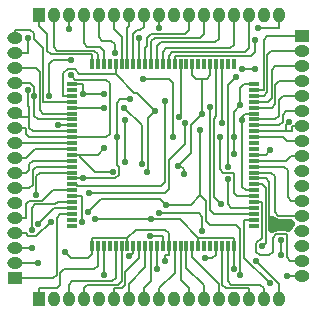
<source format=gbr>
G04 DipTrace 3.3.1.3*
G04 Bottom.gbr*
%MOMM*%
G04 #@! TF.FileFunction,Copper,L2,Bot*
G04 #@! TF.Part,Single*
G04 #@! TA.AperFunction,Conductor*
%ADD13C,0.2032*%
%ADD14C,0.1524*%
G04 #@! TA.AperFunction,CopperBalancing*
%ADD15C,0.635*%
G04 #@! TA.AperFunction,ComponentPad*
%ADD26R,1.3X1.0*%
%ADD27O,1.3X1.0*%
%ADD28R,1.0X1.3*%
%ADD29O,1.0X1.3*%
%ADD33R,0.3X0.9*%
%ADD34R,0.9X0.3*%
G04 #@! TA.AperFunction,ViaPad*
%ADD36C,0.55*%
%FSLAX35Y35*%
G04*
G71*
G90*
G75*
G01*
G04 Bottom*
%LPD*%
X2690638Y2558018D2*
D13*
Y2002528D1*
X2610308Y1922198D1*
X2404628D1*
X3372738Y1493098D2*
Y1622358D1*
X2690638Y2002528D2*
X2741038Y1952128D1*
Y1783758D1*
X2776598Y1748198D1*
X2992698D1*
X3028258Y1712638D1*
Y1325328D1*
X2404628Y1922198D2*
X2354778Y1972048D1*
X1849428D1*
X1741098Y1863718D1*
X3179638Y3417258D2*
D14*
X3356998D1*
Y3524998D1*
X2513188Y2661278D2*
X2524998Y2673088D1*
Y3115998D1*
X1124998Y2315998D2*
X1212861D1*
X1290861Y2393998D1*
X1602998D1*
X1124998Y2188998D2*
X1212861D1*
X1243338Y2219478D1*
Y2263518D1*
X1273818Y2293998D1*
X1602998D1*
X1304298Y2005318D2*
Y2163518D1*
X1334778Y2193998D1*
X1602998D1*
X1124998Y2442998D2*
X1212861D1*
X1213861Y2443998D1*
X1602998D1*
X1124998Y2061998D2*
X1243341D1*
X1273818Y2092478D1*
Y2213518D1*
X1304298Y2243998D1*
X1602998D1*
X1324998Y1124998D2*
Y1212868D1*
X1474818D1*
X1505298Y1243348D1*
Y1344068D1*
X1535778Y1374548D1*
X1794518D1*
X1824998Y1405028D1*
Y1571998D1*
X1690738Y1778748D2*
Y1993998D1*
X1602998D1*
X1424458Y1778748D2*
X1303518Y1657808D1*
X1236048D1*
X1212858Y1680998D1*
X1124998D1*
X1313578Y1757838D2*
X1449738Y1893998D1*
X1602998D1*
X1124998Y1426998D2*
X1313578D1*
X3549998Y3349998D2*
X3260478D1*
X3229998Y3319518D1*
Y2893998D1*
X3146998D1*
X3549998Y2968998D2*
X3358738D1*
X3328258Y2938518D1*
Y2774478D1*
X3297778Y2743998D1*
X3146998D1*
X3153358Y3312748D2*
Y3214338D1*
X3122878Y3183858D1*
X2474998D1*
Y3115998D1*
X2975998Y3524998D2*
Y3275298D1*
X2945518Y3244818D1*
X2405478D1*
X2374998Y3214338D1*
Y3115998D1*
X3549998Y3095998D2*
X3328258D1*
X3297778Y3065518D1*
Y2824478D1*
X3267298Y2793998D1*
X3146998D1*
X3217258Y1569998D2*
X3245338Y1598078D1*
Y2063521D1*
X3214861Y2093998D1*
X3146998D1*
X1124998Y3077998D2*
X1302978D1*
X1333458Y3047518D1*
Y2724478D1*
X1363938Y2693998D1*
X1602998D1*
X1263218Y1708168D2*
Y1893998D1*
X1293698Y1924478D1*
X1465828D1*
X1485348Y1943998D1*
X1602998D1*
X1124998Y1553998D2*
X1263218D1*
X3549998Y2460998D2*
X3426648D1*
X3393648Y2493998D1*
X3146998D1*
X2594998Y3524998D2*
Y3397218D1*
X2564518Y3366738D1*
X2274958D1*
X2244478Y3336258D1*
Y3265168D1*
X2224998Y3245688D1*
Y3115998D1*
X2708018Y1695298D2*
Y1821478D1*
X2677538Y1851958D1*
X2342638D1*
X3166228Y1442738D2*
X3356998Y1251968D1*
Y1124998D1*
X2048588Y2744868D2*
X2198138Y2595318D1*
Y2269128D1*
X1578998Y3408788D2*
Y3524998D1*
X2848998D2*
Y3328648D1*
X2818518Y3298168D1*
X2355478D1*
X2324998Y3267688D1*
Y3115998D1*
X3102998Y1124998D2*
Y1212868D1*
X2909958D1*
X2879478Y1243348D1*
Y1457708D1*
X2874998Y1462188D1*
Y1571998D1*
X2848998Y1124998D2*
Y1253438D1*
X2624998Y1477438D1*
Y1571998D1*
X2867738Y1924998D2*
X2804538Y1988198D1*
Y2651048D1*
X2824998Y2671508D1*
Y3115998D1*
X1124998Y1807998D2*
X1212858D1*
Y1924478D1*
X1243338Y1954958D1*
X1354658D1*
X1443695Y2043998D1*
X1602998D1*
X1124998Y3331998D2*
Y3404858D1*
X1252618D1*
X1283098Y3374378D1*
Y3326988D1*
X1363938Y3246148D1*
Y2793998D1*
X1602998D1*
X1451998Y3524998D2*
Y3257208D1*
X1482478Y3226728D1*
X1794518D1*
X1824998Y3196248D1*
Y3115998D1*
X1874998Y1324188D2*
Y1571998D1*
X1578998Y1124998D2*
Y1243348D1*
X1609478Y1273828D1*
X1944518D1*
X1974998Y1304308D1*
Y1571998D1*
X1705998Y3524998D2*
Y3287688D1*
X1736478Y3257208D1*
X1844518D1*
X1874998Y3226728D1*
Y3115998D1*
X2213998Y3524998D2*
Y3427698D1*
X2183518Y3397218D1*
X2155478D1*
X2124998Y3366735D1*
Y3115998D1*
X2175358Y3336268D2*
X2174998Y3115998D1*
X2092088Y1483738D2*
X2097498D1*
X2124998Y1511238D1*
Y1571998D1*
X2340998Y1124998D2*
Y1212868D1*
X2474998Y1346868D1*
Y1571998D1*
X3549998Y1825998D2*
X3352868D1*
X3322388Y1856478D1*
Y2163518D1*
X3291908Y2193998D1*
X3146998D1*
X3372738Y1750358D2*
X3306298D1*
X3275818Y1780838D1*
Y2113521D1*
X3245341Y2143998D1*
X3146998D1*
X1544998Y1524018D2*
X1595358Y1473658D1*
X1744518D1*
X1774998Y1504138D1*
Y1571998D1*
X3146998Y2693998D2*
X3073138D1*
X3045638Y2666498D1*
Y2642028D1*
X1602998Y2143998D2*
X1698368D1*
X2624998Y3115998D2*
Y3020208D1*
X2655478Y2989728D1*
X2707288D1*
Y2692388D1*
X2340998Y3417098D2*
Y3524998D1*
X3043098Y3070238D2*
X3152908D1*
X1774998Y1571998D2*
Y1639858D1*
X2074998D1*
X2145238Y1710098D1*
X2394518D1*
X2424998Y1679618D1*
Y1571998D1*
X2707288Y2989728D2*
X2744518D1*
X2774998Y3020208D1*
Y3115998D1*
X1602998Y2943998D2*
X1695968D1*
Y2856148D1*
X2424998Y1571998D2*
Y1494358D1*
X2389998D1*
Y1443998D1*
X2074998Y1639858D2*
Y1571998D1*
X3045638Y2642028D2*
Y2074478D1*
X3076118Y2043998D1*
X3146998D1*
X1983018Y2492868D2*
Y2784628D1*
X2013498Y2815108D1*
X2098948D1*
X1698368Y2143998D2*
X1969878D1*
X2000358Y2174478D1*
Y2240578D1*
X1983018Y2257918D1*
Y2492868D1*
X2505358Y2251778D2*
X2522498D1*
X2549998Y2224278D1*
Y2181538D1*
X2707288Y2692388D2*
X2613218Y2598318D1*
Y2359638D1*
X2505358Y2251778D1*
X1695968Y2856148D2*
X1877738D1*
X3549998Y2587998D2*
X3470978D1*
Y2547868D1*
X3420618D1*
Y2599148D1*
X3439578Y2618108D1*
X3420618Y2547868D2*
X3416748Y2543998D1*
X3146998D1*
X3549998Y2714998D2*
X3419698D1*
X3389218Y2684518D1*
Y2624478D1*
X3358738Y2593998D1*
X3146998D1*
X1484258Y2594358D2*
X1602998Y2593998D1*
X1595248Y3015998D2*
X1629388Y2981858D1*
X1897618D1*
X1928098Y2951378D1*
Y2524478D1*
X1897618Y2493998D1*
X1602998D1*
X1243338D1*
X1212858Y2524478D1*
Y2569998D1*
X1124998D1*
X1232738Y2894718D2*
Y2757128D1*
X1243338Y2746528D1*
Y2666508D1*
Y2574478D1*
X1273818Y2543998D1*
X1602998D1*
X1124998Y2696998D2*
Y2666508D1*
X1243338D1*
X1124998Y2950998D2*
X1252608D1*
X1283098Y2920508D1*
Y2844358D1*
X1414298D2*
Y3115408D1*
X1444778Y3145888D1*
X1595248D1*
X1283098Y2844358D2*
Y2675198D1*
X1313578Y2644718D1*
X1534255D1*
X1534978Y2643998D1*
X1602998D1*
X3280358Y1255098D2*
X3061278Y1474178D1*
Y1793998D1*
X3146998D1*
X3429858Y1317998D2*
X3549998D1*
X1705998Y1124998D2*
Y1212868D1*
X1736478Y1243348D1*
X1994518D1*
X2024998Y1273828D1*
Y1571998D1*
X2213998Y1124998D2*
Y1212868D1*
X2274998Y1273868D1*
Y1571998D1*
X2721998Y1124998D2*
Y1243348D1*
X2574998Y1390348D1*
Y1571998D1*
X1959998Y1124998D2*
Y1212868D1*
X2024998D1*
X2055478Y1243348D1*
Y1353248D1*
X2174998Y1472768D1*
Y1571998D1*
X2721998Y3524998D2*
Y3366738D1*
X2691518Y3336258D1*
X2305478D1*
X2274998Y3305778D1*
Y3115998D1*
X1959998Y3524998D2*
Y3406658D1*
X2024998Y3341658D1*
Y3115998D1*
X2086998Y3524998D2*
Y3433698D1*
X2074998Y3421698D1*
Y3115998D1*
X2086998Y1124998D2*
Y1253768D1*
X2224998Y1391768D1*
Y1571998D1*
X3549998Y2841998D2*
X3389218D1*
X3358738Y2811518D1*
Y2674478D1*
X3328258Y2643998D1*
X3146998D1*
X1877738Y2743998D2*
X1602998D1*
X1232738Y3336918D2*
Y3204998D1*
X1124998D1*
X2594998Y1124998D2*
Y1212868D1*
X2524998Y1282868D1*
Y1571998D1*
X1877738Y2399998D2*
D13*
X1821738Y2343998D1*
X1673398D1*
Y2327118D1*
X1801628Y2198888D1*
X1949998D1*
X2976078Y2350398D2*
X2976088Y2498228D1*
X3283218Y2382258D2*
X3244958Y2343998D1*
X3146998D1*
X2309048Y2714178D2*
X2155218Y2868008D1*
X2134358D1*
X1974998Y3027368D1*
X1668918D1*
X1627388Y3068898D1*
X1568158D1*
X1532598Y3033338D1*
Y2843998D1*
X1602998D1*
X2974998Y1571998D2*
Y1642398D1*
X2674998D1*
X2518338Y1799058D1*
X2272408D1*
X1673398Y2343998D2*
X1602998D1*
X1974998Y3027368D2*
Y3115998D1*
X2238808Y2198888D2*
X2251038Y2211118D1*
Y2656168D1*
X2309048Y2714178D1*
X2272408Y1799058D2*
X1801638D1*
X2674998Y1642398D2*
Y1571998D1*
X2975358Y1374998D2*
X2974998Y1571998D1*
X3028298Y2762578D2*
Y2908435D1*
X3063861Y2943998D1*
X3146998D1*
X2976088Y2498228D2*
Y2710368D1*
X3028298Y2762578D1*
X2562858Y2610918D2*
D14*
Y2437928D1*
X2423218Y2298288D1*
Y2055428D1*
X2392738Y2024948D1*
X1748728D1*
X2874998Y2610918D2*
Y3115998D1*
X2050718Y2641398D2*
Y2279728D1*
X1967748Y3203738D2*
Y3280078D1*
X1937268Y3310558D1*
X1863478D1*
X1832998Y3341038D1*
Y3524998D1*
X2262248Y1659738D2*
X2374998D1*
Y1571998D1*
X3229998Y1124998D2*
Y1212868D1*
X3199518Y1243348D1*
X2955478D1*
X2924998Y1273828D1*
Y1571998D1*
X3102998Y3524998D2*
Y3244818D1*
X3072518Y3214338D1*
X2455478D1*
X2424998Y3183858D1*
Y3115998D1*
X1124998Y1299998D2*
X1444338D1*
X1474818Y1330478D1*
Y1813518D1*
X1505295Y1843998D1*
X1602998D1*
X3549998Y3222998D2*
X3290958D1*
X3260478Y3192518D1*
Y2874478D1*
X3229998Y2843998D1*
X3146998D1*
X3549998Y2333998D2*
X3460628D1*
X3420628Y2293998D1*
X3146998D1*
X3549998Y1952998D2*
X3462128D1*
X3431648Y1983478D1*
Y2213518D1*
X3401168Y2243998D1*
X3146998D1*
X2774058Y2752258D2*
Y1874478D1*
X2804538Y1843998D1*
X3146998D1*
X2457508Y2498228D2*
Y2952748D1*
X2427028Y2983228D1*
X2207248D1*
X2854898Y2498228D2*
Y2220348D1*
X2885378Y2189868D1*
X2975718D1*
Y2024478D1*
X3006198Y1993998D1*
X3146998D1*
X2392738Y2799808D2*
Y2112338D1*
X2362258Y2081858D1*
X1648008D1*
Y2093998D1*
X1602998D1*
X2925358Y2240228D2*
Y2932618D1*
X2992738Y2999998D1*
X2925358Y2139508D2*
Y1924478D1*
X2955838Y1893998D1*
X3146998D1*
X1324998Y3524998D2*
Y3436958D1*
X1394418Y3367538D1*
Y3226728D1*
X1424898Y3196248D1*
X1774998D1*
Y3115998D1*
X2325358Y1373768D2*
X2324998Y1571998D1*
X2727858Y1467738D2*
X2794518D1*
X2824998Y1498218D1*
Y1571998D1*
X3549998Y1444998D2*
X3453578D1*
X3423098Y1475478D1*
Y1672718D1*
X3336778D1*
X3306298Y1642238D1*
Y1523578D1*
X3275818Y1493098D1*
X3197378D1*
X3166898Y1523578D1*
Y1596378D1*
X3214858Y1644338D1*
Y1943998D1*
X3146998D1*
D36*
X3372738Y1622358D3*
Y1493098D3*
X2404628Y1922198D3*
X3028258Y1325328D3*
X1741098Y1863718D3*
X2690638Y2558018D3*
X2513188Y2661278D3*
X3179638Y3417258D3*
X1304298Y2005318D3*
X1690738Y1778748D3*
X1424458D3*
X1313578Y1757838D3*
Y1426998D3*
X3153358Y3312748D3*
X3217258Y1569998D3*
X1263218Y1708168D3*
Y1553998D3*
X2342638Y1851958D3*
X2708018Y1695298D3*
X3166228Y1442738D3*
X2198138Y2269128D3*
X2048588Y2744868D3*
X1578998Y3408788D3*
X2867738Y1924998D3*
X1874998Y1324188D3*
X2175358Y3336268D3*
X2092088Y1483738D3*
X3372738Y1750358D3*
X2098948Y2815108D3*
X2340998Y3417098D3*
X3152908Y3070238D3*
X3043098D3*
X1544998Y1524018D3*
X2505358Y2251778D3*
X1877738Y2856148D3*
X1695968D3*
X1983018Y2492868D3*
X2549998Y2181538D3*
X2707288Y2692388D3*
X1698368Y2143998D3*
X2389998Y1443998D3*
X3045638Y2642028D3*
X3439578Y2618108D3*
X1484258Y2594358D3*
X1595248Y3015998D3*
X1232738Y2894718D3*
X1595248Y3145888D3*
X1414298Y2844358D3*
X1283098D3*
X3280358Y1255098D3*
X3429858Y1317998D3*
X1877738Y2743998D3*
X1232738Y3336918D3*
X3283218Y2382258D3*
X2976088Y2498228D3*
X2272408Y1799058D3*
X2238808Y2198888D3*
X3028298Y2762578D3*
X2975358Y1374998D3*
X1877738Y2399998D3*
X1801638Y1799058D3*
X2309048Y2714178D3*
X1949998Y2198888D3*
X2976078Y2350398D3*
X1748728Y2024948D3*
X2562858Y2610918D3*
X2874998D3*
X2050718Y2279728D3*
Y2641398D3*
X1967748Y3203738D3*
X2262248Y1659738D3*
X2774058Y2752258D3*
X2207248Y2983228D3*
X2457508Y2498228D3*
X2854898D3*
X2392738Y2799808D3*
X2992738Y2999998D3*
X2925358Y2240228D3*
Y2139508D3*
X2325358Y1373768D3*
X2727858Y1467738D3*
X3458388Y1762535D2*
D15*
X3453578Y1768841D1*
X3348385Y1769025D1*
X3335208Y1771645D1*
X3323008Y1777268D1*
X3312458Y1785588D1*
X3302478Y1795565D1*
X3302488Y1718348D1*
X3310835Y1723638D1*
X3323438Y1728288D1*
X3336798Y1729865D1*
X3427581Y1729691D1*
X3436458Y1728285D1*
X3440338Y1729755D1*
X3446315Y1744185D1*
X3454478Y1757501D1*
X3458388Y1762461D1*
D26*
X1124998Y1299998D3*
D27*
Y1426998D3*
Y1553998D3*
Y1680998D3*
Y1807998D3*
Y1934998D3*
Y2061998D3*
Y2188998D3*
Y2315998D3*
Y2442998D3*
Y2569998D3*
Y2696998D3*
Y2823998D3*
Y2950998D3*
Y3077998D3*
Y3204998D3*
Y3331998D3*
D26*
X3549998Y3349998D3*
D27*
Y3222998D3*
Y3095998D3*
Y2968998D3*
Y2841998D3*
Y2714998D3*
Y2587998D3*
Y2460998D3*
Y2333998D3*
Y2206998D3*
Y2079998D3*
Y1952998D3*
Y1825998D3*
Y1698998D3*
Y1571998D3*
Y1444998D3*
Y1317998D3*
D28*
X1324998Y3524998D3*
D29*
X1451998D3*
X1578998D3*
X1705998D3*
X1832998D3*
X1959998D3*
X2086998D3*
X2213998D3*
X2340998D3*
X2467998D3*
X2594998D3*
X2721998D3*
X2848998D3*
X2975998D3*
X3102998D3*
X3229998D3*
X3356998D3*
D28*
X1324998Y1124998D3*
D29*
X1451998D3*
X1578998D3*
X1705998D3*
X1832998D3*
X1959998D3*
X2086998D3*
X2213998D3*
X2340998D3*
X2467998D3*
X2594998D3*
X2721998D3*
X2848998D3*
X2975998D3*
X3102998D3*
X3229998D3*
X3356998D3*
D33*
X1774998Y3115998D3*
X1824998D3*
X1874998D3*
X1924998D3*
X1974998D3*
X2024998D3*
X2074998D3*
X2124998D3*
X2174998D3*
X2224998D3*
X2274998D3*
X2324998D3*
X2374998D3*
X2424998D3*
X2474998D3*
X2524998D3*
X2574998D3*
X2624998D3*
X2674998D3*
X2724998D3*
X2774998D3*
X2824998D3*
X2874998D3*
X2924998D3*
X2974998D3*
D34*
X3146998Y2943998D3*
Y2893998D3*
Y2843998D3*
Y2793998D3*
Y2743998D3*
Y2693998D3*
Y2643998D3*
Y2593998D3*
Y2543998D3*
Y2493998D3*
Y2443998D3*
Y2393998D3*
Y2343998D3*
Y2293998D3*
Y2243998D3*
Y2193998D3*
Y2143998D3*
Y2093998D3*
Y2043998D3*
Y1993998D3*
Y1943998D3*
Y1893998D3*
Y1843998D3*
Y1793998D3*
Y1743998D3*
D33*
X2974998Y1571998D3*
X2924998D3*
X2874998D3*
X2824998D3*
X2774998D3*
X2724998D3*
X2674998D3*
X2624998D3*
X2574998D3*
X2524998D3*
X2474998D3*
X2424998D3*
X2374998D3*
X2324998D3*
X2274998D3*
X2224998D3*
X2174998D3*
X2124998D3*
X2074998D3*
X2024998D3*
X1974998D3*
X1924998D3*
X1874998D3*
X1824998D3*
X1774998D3*
D34*
X1602998Y1743998D3*
Y1793998D3*
Y1843998D3*
Y1893998D3*
Y1943998D3*
Y1993998D3*
Y2043998D3*
Y2093998D3*
Y2143998D3*
Y2193998D3*
Y2243998D3*
Y2293998D3*
Y2343998D3*
Y2393998D3*
Y2443998D3*
Y2493998D3*
Y2543998D3*
Y2593998D3*
Y2643998D3*
Y2693998D3*
Y2743998D3*
Y2793998D3*
Y2843998D3*
Y2893998D3*
Y2943998D3*
M02*

</source>
